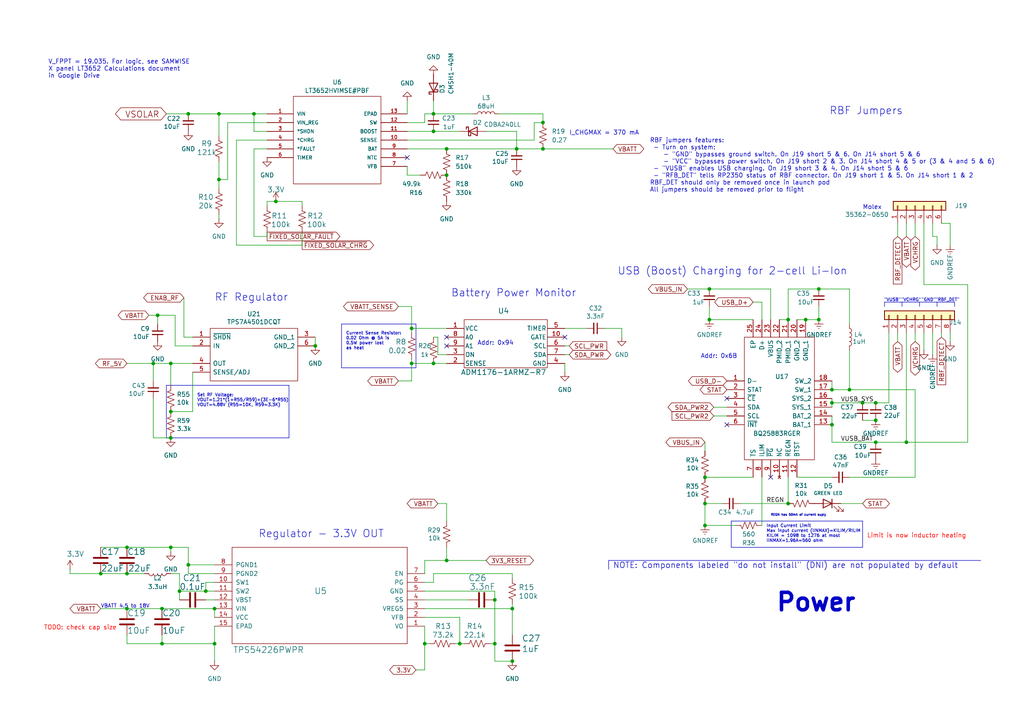
<source format=kicad_sch>
(kicad_sch (version 20231120) (generator "eeschema") (generator_version "8.0")
  (paper "A4")
  (title_block (title "PyCubed Mainboard") (date "2024-11-24") (rev "v06c") (company "Stanford Student Space Initiative") (comment 1 "Ethan Brinser"))
  (junction (at 46.99 176.53))
  (junction (at 125.73 33.02))
  (junction (at 237.49 83.82))
  (junction (at 54.61 163.83))
  (junction (at 49.53 105.41))
  (junction (at 125.73 105.41))
  (junction (at 157.48 43.18))
  (junction (at 254 116.84))
  (junction (at 129.54 43.18))
  (junction (at 63.5 33.02))
  (junction (at 148.59 176.53))
  (junction (at 36.83 158.75))
  (junction (at 52.07 171.45))
  (junction (at 254 128.27))
  (junction (at 237.49 92.71))
  (junction (at 254 121.92))
  (junction (at 205.74 92.71))
  (junction (at 29.21 166.37))
  (junction (at 204.47 146.05))
  (junction (at 205.74 83.82))
  (junction (at 129.54 50.8))
  (junction (at 125.73 38.1))
  (junction (at 62.23 186.69))
  (junction (at 36.83 176.53))
  (junction (at 241.3 116.84))
  (junction (at 143.51 173.99))
  (junction (at 123.19 186.69))
  (junction (at 62.23 176.53))
  (junction (at 241.3 123.19))
  (junction (at 204.47 152.4))
  (junction (at 148.59 191.77))
  (junction (at 262.89 128.27))
  (junction (at 250.19 116.84))
  (junction (at 228.6 92.71))
  (junction (at 36.83 166.37))
  (junction (at 63.5 52.07))
  (junction (at 49.53 127))
  (junction (at 228.6 146.05))
  (junction (at 119.38 105.41))
  (junction (at 49.53 158.75))
  (junction (at 80.01 58.42))
  (junction (at 54.61 33.02))
  (junction (at 204.47 138.43))
  (junction (at 129.54 162.56))
  (junction (at 149.86 43.18))
  (junction (at 157.48 35.56))
  (junction (at 44.45 105.41))
  (junction (at 91.44 100.33))
  (junction (at 233.68 92.71))
  (junction (at 246.38 113.03))
  (junction (at 45.72 91.44))
  (junction (at 73.66 33.02))
  (junction (at 59.69 171.45))
  (junction (at 143.51 186.69))
  (junction (at 241.3 113.03))
  (junction (at 133.35 186.69))
  (junction (at 46.99 186.69))
  (junction (at 119.38 95.25))
  (junction (at 49.53 119.38))
  (no_connect (at 210.82 115.57))
  (no_connect (at 118.11 45.72))
  (no_connect (at 163.83 97.79))
  (no_connect (at 129.54 100.33))
  (no_connect (at 210.82 123.19))
  (no_connect (at 129.54 97.79))
  (no_connect (at 223.52 138.43))
  (wire (pts (xy 45.72 91.44) (xy 50.8 91.44)))
  (wire (pts (xy 53.34 97.79) (xy 55.88 97.79)))
  (wire (pts (xy 148.59 176.53) (xy 148.59 184.15)))
  (wire (pts (xy 142.24 186.69) (xy 143.51 186.69)))
  (wire (pts (xy 63.5 33.02) (xy 73.66 33.02)))
  (wire (pts (xy 246.38 101.6) (xy 246.38 113.03)))
  (wire (pts (xy 125.73 168.91) (xy 123.19 168.91)))
  (wire (pts (xy 265.43 113.03) (xy 265.43 138.43)))
  (wire (pts (xy 118.11 35.56) (xy 123.19 35.56)))
  (wire (pts (xy 49.53 105.41) (xy 55.88 105.41)))
  (wire (pts (xy 275.59 96.52) (xy 275.59 99.06)))
  (wire (pts (xy 204.47 128.27) (xy 204.47 130.81)))
  (wire (pts (xy 80.01 58.42) (xy 77.47 58.42)))
  (wire (pts (xy 44.45 127) (xy 49.53 127)))
  (wire (pts (xy 80.01 58.42) (xy 87.63 58.42)))
  (wire (pts (xy 49.53 158.75) (xy 54.61 158.75)))
  (wire (pts (xy 250.19 121.92) (xy 254 121.92)))
  (wire (pts (xy 125.73 33.02) (xy 137.16 33.02)))
  (wire (pts (xy 36.83 186.69) (xy 36.83 184.15)))
  (wire (pts (xy 262.89 128.27) (xy 280.67 128.27)))
  (wire (pts (xy 118.11 40.64) (xy 154.94 40.64)))
  (wire (pts (xy 265.43 96.52) (xy 265.43 99.06)))
  (wire (pts (xy 220.98 87.63) (xy 220.98 92.71)))
  (wire (pts (xy 123.19 186.69) (xy 124.46 186.69)))
  (wire (pts (xy 125.73 105.41) (xy 129.54 105.41)))
  (wire (pts (xy 129.54 151.13) (xy 129.54 146.05)))
  (wire (pts (xy 267.97 96.52) (xy 267.97 101.6)))
  (wire (pts (xy 133.35 186.69) (xy 134.62 186.69)))
  (wire (pts (xy 241.3 120.65) (xy 241.3 123.19)))
  (wire (pts (xy 163.83 95.25) (xy 170.18 95.25)))
  (wire (pts (xy 218.44 87.63) (xy 220.98 87.63)))
  (wire (pts (xy 243.84 146.05) (xy 250.19 146.05)))
  (wire (pts (xy 165.1 102.87) (xy 163.83 102.87)))
  (wire (pts (xy 46.99 186.69) (xy 62.23 186.69)))
  (wire (pts (xy 36.83 158.75) (xy 49.53 158.75)))
  (wire (pts (xy 118.11 29.21) (xy 118.11 33.02)))
  (wire (pts (xy 54.61 33.02) (xy 63.5 33.02)))
  (wire (pts (xy 165.1 100.33) (xy 163.83 100.33)))
  (wire (pts (xy 148.59 175.26) (xy 148.59 176.53)))
  (wire (pts (xy 63.5 46.99) (xy 63.5 52.07)))
  (wire (pts (xy 123.19 166.37) (xy 123.19 162.56)))
  (wire (pts (xy 123.19 181.61) (xy 123.19 186.69)))
  (polyline (pts (xy 261.62 87.63) (xy 261.62 88.9)))
  (polyline (pts (xy 176.53 165.1) (xy 176.53 162.56)))
  (wire (pts (xy 210.82 118.11) (xy 207.01 118.11)))
  (wire (pts (xy 271.78 68.58) (xy 271.78 71.12)))
  (wire (pts (xy 54.61 158.75) (xy 54.61 163.83)))
  (wire (pts (xy 273.05 64.77) (xy 275.59 64.77)))
  (wire (pts (xy 231.14 92.71) (xy 233.68 92.71)))
  (wire (pts (xy 228.6 83.82) (xy 228.6 92.71)))
  (wire (pts (xy 154.94 35.56) (xy 157.48 35.56)))
  (wire (pts (xy 46.99 186.69) (xy 46.99 184.15)))
  (wire (pts (xy 43.18 91.44) (xy 45.72 91.44)))
  (wire (pts (xy 68.58 40.64) (xy 77.47 40.64)))
  (polyline (pts (xy 48.26 111.76) (xy 48.26 127)))
  (wire (pts (xy 241.3 128.27) (xy 241.3 123.19)))
  (wire (pts (xy 63.5 52.07) (xy 63.5 54.61)))
  (wire (pts (xy 204.47 152.4) (xy 213.36 152.4)))
  (wire (pts (xy 59.69 171.45) (xy 59.69 168.91)))
  (wire (pts (xy 62.23 186.69) (xy 62.23 191.77)))
  (wire (pts (xy 48.26 33.02) (xy 54.61 33.02)))
  (wire (pts (xy 226.06 92.71) (xy 228.6 92.71)))
  (wire (pts (xy 148.59 166.37) (xy 148.59 167.64)))
  (wire (pts (xy 52.07 171.45) (xy 52.07 166.37)))
  (wire (pts (xy 62.23 181.61) (xy 62.23 186.69)))
  (wire (pts (xy 254 128.27) (xy 241.3 128.27)))
  (wire (pts (xy 46.99 176.53) (xy 62.23 176.53)))
  (wire (pts (xy 62.23 173.99) (xy 59.69 173.99)))
  (wire (pts (xy 44.45 115.57) (xy 44.45 127)))
  (wire (pts (xy 210.82 120.65) (xy 207.01 120.65)))
  (polyline (pts (xy 120.65 106.68) (xy 99.06 106.68)))
  (wire (pts (xy 246.38 83.82) (xy 246.38 93.98)))
  (wire (pts (xy 36.83 105.41) (xy 44.45 105.41)))
  (wire (pts (xy 246.38 83.82) (xy 237.49 83.82)))
  (wire (pts (xy 29.21 166.37) (xy 36.83 166.37)))
  (wire (pts (xy 250.19 116.84) (xy 241.3 116.84)))
  (wire (pts (xy 68.58 71.12) (xy 68.58 40.64)))
  (wire (pts (xy 204.47 146.05) (xy 209.55 146.05)))
  (wire (pts (xy 267.97 82.55) (xy 280.67 82.55)))
  (polyline (pts (xy 276.86 87.63) (xy 276.86 88.9)))
  (wire (pts (xy 49.53 111.76) (xy 49.53 105.41)))
  (wire (pts (xy 129.54 158.75) (xy 129.54 162.56)))
  (wire (pts (xy 127 102.87) (xy 129.54 102.87)))
  (wire (pts (xy 87.63 71.12) (xy 68.58 71.12)))
  (polyline (pts (xy 261.62 87.63) (xy 266.7 87.63)))
  (wire (pts (xy 73.66 43.18) (xy 77.47 43.18)))
  (polyline (pts (xy 212.09 151.13) (xy 212.09 158.75)))
  (wire (pts (xy 204.47 138.43) (xy 218.44 138.43)))
  (polyline (pts (xy 120.65 93.98) (xy 120.65 106.68)))
  (polyline (pts (xy 83.82 127) (xy 83.82 111.76)))
  (wire (pts (xy 233.68 92.71) (xy 237.49 92.71)))
  (wire (pts (xy 62.23 168.91) (xy 59.69 168.91)))
  (wire (pts (xy 237.49 88.9) (xy 237.49 92.71)))
  (wire (pts (xy 254 116.84) (xy 250.19 116.84)))
  (wire (pts (xy 119.38 105.41) (xy 119.38 110.49)))
  (wire (pts (xy 241.3 110.49) (xy 241.3 113.03)))
  (wire (pts (xy 52.07 173.99) (xy 52.07 171.45)))
  (wire (pts (xy 129.54 162.56) (xy 140.97 162.56)))
  (wire (pts (xy 49.53 166.37) (xy 52.07 166.37)))
  (wire (pts (xy 29.21 158.75) (xy 36.83 158.75)))
  (wire (pts (xy 115.57 110.49) (xy 119.38 110.49)))
  (wire (pts (xy 44.45 110.49) (xy 44.45 105.41)))
  (wire (pts (xy 123.19 33.02) (xy 125.73 33.02)))
  (wire (pts (xy 241.3 115.57) (xy 241.3 116.84)))
  (wire (pts (xy 163.83 107.95) (xy 163.83 105.41)))
  (polyline (pts (xy 250.19 151.13) (xy 212.09 151.13)))
  (polyline (pts (xy 99.06 93.98) (xy 120.65 93.98)))
  (wire (pts (xy 44.45 105.41) (xy 49.53 105.41)))
  (wire (pts (xy 53.34 86.36) (xy 53.34 97.79)))
  (wire (pts (xy 123.19 171.45) (xy 143.51 171.45)))
  (wire (pts (xy 36.83 176.53) (xy 46.99 176.53)))
  (wire (pts (xy 262.89 96.52) (xy 262.89 128.27)))
  (wire (pts (xy 149.86 38.1) (xy 149.86 43.18)))
  (wire (pts (xy 237.49 83.82) (xy 228.6 83.82)))
  (wire (pts (xy 115.57 88.9) (xy 119.38 88.9)))
  (polyline (pts (xy 212.09 158.75) (xy 250.19 158.75)))
  (wire (pts (xy 148.59 166.37) (xy 125.73 166.37)))
  (polyline (pts (xy 271.78 87.63) (xy 276.86 87.63)))
  (wire (pts (xy 223.52 83.82) (xy 205.74 83.82)))
  (wire (pts (xy 119.38 95.25) (xy 119.38 88.9)))
  (wire (pts (xy 223.52 92.71) (xy 223.52 83.82)))
  (wire (pts (xy 262.89 68.58) (xy 262.89 64.77)))
  (wire (pts (xy 54.61 166.37) (xy 62.23 166.37)))
  (wire (pts (xy 133.35 179.07) (xy 133.35 186.69)))
  (wire (pts (xy 63.5 52.07) (xy 66.04 52.07)))
  (wire (pts (xy 254 116.84) (xy 257.81 116.84)))
  (wire (pts (xy 257.81 96.52) (xy 257.81 116.84)))
  (wire (pts (xy 241.3 138.43) (xy 231.14 138.43)))
  (wire (pts (xy 241.3 116.84) (xy 241.3 118.11)))
  (polyline (pts (xy 271.78 87.63) (xy 271.78 88.9)))
  (wire (pts (xy 63.5 33.02) (xy 63.5 39.37)))
  (wire (pts (xy 73.66 43.18) (xy 73.66 68.58)))
  (wire (pts (xy 50.8 100.33) (xy 55.88 100.33)))
  (wire (pts (xy 123.19 176.53) (xy 148.59 176.53)))
  (wire (pts (xy 87.63 58.42) (xy 87.63 59.69)))
  (wire (pts (xy 260.35 64.77) (xy 260.35 68.58)))
  (polyline (pts (xy 48.26 127) (xy 83.82 127)))
  (wire (pts (xy 119.38 105.41) (xy 125.73 105.41)))
  (wire (pts (xy 20.32 166.37) (xy 29.21 166.37)))
  (wire (pts (xy 254 128.27) (xy 262.89 128.27)))
  (wire (pts (xy 180.34 97.79) (xy 180.34 95.25)))
  (wire (pts (xy 143.51 191.77) (xy 148.59 191.77)))
  (wire (pts (xy 91.44 100.33) (xy 91.44 97.79)))
  (wire (pts (xy 49.53 158.75) (xy 49.53 160.02)))
  (wire (pts (xy 220.98 152.4) (xy 220.98 138.43)))
  (wire (pts (xy 205.74 83.82) (xy 199.39 83.82)))
  (wire (pts (xy 129.54 43.18) (xy 149.86 43.18)))
  (wire (pts (xy 123.19 173.99) (xy 135.89 173.99)))
  (wire (pts (xy 123.19 186.69) (xy 123.19 194.31)))
  (wire (pts (xy 87.63 67.31) (xy 87.63 71.12)))
  (wire (pts (xy 267.97 64.77) (xy 267.97 82.55)))
  (wire (pts (xy 157.48 33.02) (xy 157.48 35.56)))
  (wire (pts (xy 180.34 95.25) (xy 175.26 95.25)))
  (wire (pts (xy 123.19 194.31) (xy 120.65 194.31)))
  (wire (pts (xy 205.74 88.9) (xy 205.74 92.71)))
  (wire (pts (xy 154.94 40.64) (xy 154.94 35.56)))
  (wire (pts (xy 143.51 171.45) (xy 143.51 173.99)))
  (wire (pts (xy 144.78 33.02) (xy 157.48 33.02)))
  (wire (pts (xy 123.19 179.07) (xy 133.35 179.07)))
  (wire (pts (xy 127 102.87) (xy 127 97.79)))
  (wire (pts (xy 228.6 138.43) (xy 228.6 146.05)))
  (wire (pts (xy 280.67 82.55) (xy 280.67 128.27)))
  (wire (pts (xy 20.32 165.1) (xy 20.32 166.37)))
  (wire (pts (xy 204.47 146.05) (xy 204.47 152.4)))
  (wire (pts (xy 118.11 50.8) (xy 121.92 50.8)))
  (wire (pts (xy 270.51 68.58) (xy 271.78 68.58)))
  (polyline (pts (xy 176.53 162.56) (xy 284.48 162.56)))
  (wire (pts (xy 62.23 179.07) (xy 62.23 176.53)))
  (wire (pts (xy 45.72 91.44) (xy 45.72 93.98)))
  (wire (pts (xy 149.86 43.18) (xy 157.48 43.18)))
  (wire (pts (xy 270.51 96.52) (xy 270.51 102.87)))
  (polyline (pts (xy 266.7 87.63) (xy 266.7 88.9)))
  (wire (pts (xy 275.59 64.77) (xy 275.59 71.12)))
  (polyline (pts (xy 99.06 106.68) (xy 99.06 93.98)))
  (wire (pts (xy 54.61 163.83) (xy 54.61 166.37)))
  (wire (pts (xy 143.51 186.69) (xy 143.51 191.77)))
  (wire (pts (xy 119.38 95.25) (xy 119.38 96.52)))
  (wire (pts (xy 129.54 146.05) (xy 127 146.05)))
  (wire (pts (xy 62.23 171.45) (xy 59.69 171.45)))
  (wire (pts (xy 66.04 52.07) (xy 66.04 35.56)))
  (wire (pts (xy 118.11 43.18) (xy 129.54 43.18)))
  (polyline (pts (xy 83.82 111.76) (xy 48.26 111.76)))
  (wire (pts (xy 66.04 35.56) (xy 77.47 35.56)))
  (wire (pts (xy 73.66 38.1) (xy 77.47 38.1)))
  (wire (pts (xy 157.48 43.18) (xy 177.8 43.18)))
  (wire (pts (xy 241.3 113.03) (xy 246.38 113.03)))
  (wire (pts (xy 143.51 173.99) (xy 143.51 186.69)))
  (wire (pts (xy 133.35 38.1) (xy 125.73 38.1)))
  (wire (pts (xy 77.47 67.31) (xy 77.47 68.58)))
  (wire (pts (xy 36.83 186.69) (xy 46.99 186.69)))
  (wire (pts (xy 125.73 29.21) (xy 125.73 33.02)))
  (wire (pts (xy 270.51 64.77) (xy 270.51 68.58)))
  (wire (pts (xy 246.38 138.43) (xy 265.43 138.43)))
  (wire (pts (xy 63.5 62.23) (xy 63.5 63.5)))
  (wire (pts (xy 73.66 33.02) (xy 73.66 38.1)))
  (wire (pts (xy 73.66 68.58) (xy 77.47 68.58)))
  (wire (pts (xy 273.05 96.52) (xy 273.05 97.79)))
  (polyline (pts (xy 250.19 158.75) (xy 250.19 151.13)))
  (wire (pts (xy 123.19 35.56) (xy 123.19 33.02)))
  (wire (pts (xy 50.8 91.44) (xy 50.8 100.33)))
  (polyline (pts (xy 256.54 88.9) (xy 256.54 87.63)))
  (wire (pts (xy 118.11 48.26) (xy 118.11 50.8)))
  (wire (pts (xy 205.74 92.71) (xy 218.44 92.71)))
  (wire (pts (xy 140.97 38.1) (xy 149.86 38.1)))
  (wire (pts (xy 73.66 33.02) (xy 77.47 33.02)))
  (wire (pts (xy 119.38 95.25) (xy 129.54 95.25)))
  (wire (pts (xy 127 97.79) (xy 125.73 97.79)))
  (wire (pts (xy 36.83 166.37) (xy 41.91 166.37)))
  (wire (pts (xy 55.88 119.38) (xy 55.88 107.95)))
  (wire (pts (xy 260.35 96.52) (xy 260.35 99.06)))
  (wire (pts (xy 123.19 162.56) (xy 129.54 162.56)))
  (polyline (pts (xy 256.54 87.63) (xy 261.62 87.63)))
  (wire (pts (xy 62.23 163.83) (xy 54.61 163.83)))
  (wire (pts (xy 265.43 64.77) (xy 265.43 68.58)))
  (wire (pts (xy 119.38 104.14) (xy 119.38 105.41)))
  (polyline (pts (xy 266.7 87.63) (xy 271.78 87.63)))
  (wire (pts (xy 59.69 171.45) (xy 52.07 171.45)))
  (wire (pts (xy 214.63 146.05) (xy 228.6 146.05)))
  (wire (pts (xy 29.21 176.53) (xy 36.83 176.53)))
  (wire (pts (xy 118.11 38.1) (xy 125.73 38.1)))
  (wire (pts (xy 77.47 58.42) (xy 77.47 59.69)))
  (wire (pts (xy 132.08 186.69) (xy 133.35 186.69)))
  (wire (pts (xy 49.53 119.38) (xy 55.88 119.38)))
  (wire (pts (xy 246.38 113.03) (xy 265.43 113.03)))
  (wire (pts (xy 125.73 166.37) (xy 125.73 168.91)))
  (text "Addr: 0x94" (at 138.43 100.33 0) (effects (font (size 1.27 1.27)) (justify left bottom)))
  (text "USB (Boost) Charging for 2-cell Li-Ion" (at 179.07 80.01 0) (effects (font (size 2.159 2.159)) (justify left bottom)))
  (text "Input Current Limit\nMax input current (IINMAX)=KILIM/RILIM\nKILIM = 1098 to 1276 at most\nIINMAX=1.96A=560 ohm" (at 222.25 157.48 0) (effects (font (size 0.889 0.889)) (justify left bottom)))
  (text "Addr: 0x6B" (at 203.2 104.14 0) (effects (font (size 1.27 1.27)) (justify left bottom)))
  (text "Power" (at 224.79 177.8 0) (effects (font (size 5.08 5.08) (thickness 1.016) (bold yes)) (justify left bottom)))
  (text "\"VUSB\"" (at 261.366 87.63 0) (effects (font (size 0.889 0.889)) (justify right bottom)))
  (text "Battery Power Monitor" (at 130.81 86.36 0) (effects (font (size 2.159 2.159)) (justify left bottom)))
  (text "VBATT 4.5 to 18V" (at 29.21 176.53 0) (effects (font (size 1.0668 1.0668)) (justify left bottom)))
  (text "I_CHGMAX = 370 mA" (at 165.1 39.37 0) (effects (font (size 1.27 1.27)) (justify left bottom)))
  (text "RF Regulator" (at 62.23 87.63 0) (effects (font (size 2.159 2.159)) (justify left bottom)))
  (text "Current Sense Resistor:\n0.02 Ohm @ 5A is\n0.5W power lost\nas heat" (at 100.33 101.6 0) (effects (font (size 0.889 0.889)) (justify left bottom)))
  (text "Limit is now inductor heating" (at 251.46 156.21 0) (effects (font (size 1.27 1.27)) (justify left bottom)))
  (text "V_FPPT = 19.035. For logic, see SAMWISE\nX panel LT3652 Calculations document\nin Google Drive" (at 13.97 22.86 0) (effects (font (size 1.27 1.27)) (justify left bottom)))
  (text "TODO: check cap size" (at 12.7 182.88 0) (effects (font (size 1.27 1.27)) (justify left bottom)))
  (text "RBF jumpers features:\n - Turn on system:\n    - \"GND\" bypasses ground switch. On J19 short 5 & 6. On J14 short 5 & 6\n    - \"VCC\" bypasses power switch. On J19 short 2 & 3. On J14 short 4 & 5 or (3 & 4 and 5 & 6)\n - \"VUSB\" enables USB charging. On J19 short 3 & 4. On J14 short 5 & 6\n - \"RFB_DET\" tells RP2350 status of RBF connector. On J19 short 1 & 5. On J14 short 1 & 2\nRBF_DET should only be removed once in launch pod\nAll jumpers should be removed prior to flight" (at 188.468 48.006 0) (effects (font (size 1.27 1.27)) (justify left)))
  (text "\"VCHRG\"" (at 267.208 87.63 0) (effects (font (size 0.889 0.889)) (justify right bottom)))
  (text "\"GND\"" (at 267.208 87.63 0) (effects (font (size 0.889 0.889)) (justify left bottom)))
  (text "Regulator - 3.3V OUT" (at 74.93 156.21 0) (effects (font (size 2.159 2.159)) (justify left bottom)))
  (text "Set RF Voltage:\nVOUT=1.21*(1+R55/R59)+(3E-6*R55)\nVOUT=4.88V (R55=10K, R59=3.3K)\n" (at 57.15 118.11 0) (effects (font (size 0.889 0.889)) (justify left bottom)))
  (text "\"RBF_DET\"" (at 278.384 87.63 0) (effects (font (size 0.889 0.889)) (justify right bottom)))
  (text "NOTE: Components labeled \"do not install\" (DNI) are not populated by default" (at 177.8 165.1 0) (effects (font (size 1.651 1.651)) (justify left bottom)))
  (text "REGN has 50mA of current suply" (at 223.52 149.86 0) (effects (font (size 0.635 0.635)) (justify left bottom)))
  (text "RBF Jumpers" (at 240.538 33.528 0) (effects (font (size 2.159 2.159)) (justify left bottom)))
  (text "Molex" (at 250.19 60.96 0) (effects (font (size 1.27 1.27)) (justify left bottom)))
  (label "VUSB_SYS" (at 243.84 116.84 0))
  (label "REGN" (at 222.25 146.05 0))
  (label "VUSB_BAT" (at 243.84 128.27 0))
  (global_label "VBUS_IN" (shape bidirectional) (at 199.39 83.82 180) (property "Intersheetrefs" "${INTERSHEET_REFS}" (effects (hide yes))))
  (global_label "RBF_DETECT" (shape input) (at 273.05 97.79 270) (property "Intersheetrefs" "${INTERSHEET_REFS}" (effects (hide yes))))
  (global_label "ENAB_RF" (shape bidirectional) (at 53.34 86.36 180) (property "Intersheetrefs" "${INTERSHEET_REFS}" (effects (hide yes))))
  (global_label "SDA_PWR" (shape bidirectional) (at 165.1 102.87 0) (property "Intersheetrefs" "${INTERSHEET_REFS}" (effects (hide yes))))
  (global_label "VBATT" (shape bidirectional) (at 177.8 43.18 0) (property "Intersheetrefs" "${INTERSHEET_REFS}" (effects (hide yes))))
  (global_label "VBATT" (shape bidirectional) (at 127 146.05 180) (property "Intersheetrefs" "${INTERSHEET_REFS}" (effects (hide yes))))
  (global_label "VBATT" (shape bidirectional) (at 260.35 99.06 270) (property "Intersheetrefs" "${INTERSHEET_REFS}" (effects (hide yes))))
  (global_label "VBATT" (shape bidirectional) (at 29.21 176.53 180) (property "Intersheetrefs" "${INTERSHEET_REFS}" (effects (hide yes))))
  (global_label "3V3_RESET" (shape bidirectional) (at 140.97 162.56 0) (property "Intersheetrefs" "${INTERSHEET_REFS}" (effects (hide yes))))
  (global_label "STAT" (shape bidirectional) (at 210.82 113.03 180) (property "Intersheetrefs" "${INTERSHEET_REFS}" (effects (hide yes))))
  (global_label "~{FIXED_SOLAR_FAULT}" (shape output) (at 77.47 68.58 0) (property "Intersheetrefs" "${INTERSHEET_REFS}" (effects (hide yes))))
  (global_label "SDA_PWR2" (shape bidirectional) (at 207.01 118.11 180) (property "Intersheetrefs" "${INTERSHEET_REFS}" (effects (hide yes))))
  (global_label "USB_D+" (shape bidirectional) (at 218.44 87.63 180) (property "Intersheetrefs" "${INTERSHEET_REFS}" (effects (hide yes))))
  (global_label "SCL_PWR2" (shape input) (at 207.01 120.65 180) (property "Intersheetrefs" "${INTERSHEET_REFS}" (effects (hide yes))))
  (global_label "VSOLAR" (shape bidirectional) (at 48.26 33.02 180) (effects (font (size 1.778 1.778))) (property "Intersheetrefs" "${INTERSHEET_REFS}" (effects (hide yes))))
  (global_label "VBATT_SENSE" (shape bidirectional) (at 115.57 88.9 180) (property "Intersheetrefs" "${INTERSHEET_REFS}" (effects (hide yes))))
  (global_label "VBATT" (shape bidirectional) (at 43.18 91.44 180) (property "Intersheetrefs" "${INTERSHEET_REFS}" (effects (hide yes))))
  (global_label "VBUS_IN" (shape bidirectional) (at 204.47 128.27 180) (property "Intersheetrefs" "${INTERSHEET_REFS}" (effects (hide yes))))
  (global_label "USB_D-" (shape bidirectional) (at 210.82 110.49 180) (property "Intersheetrefs" "${INTERSHEET_REFS}" (effects (hide yes))))
  (global_label "VCHRG" (shape bidirectional) (at 265.43 99.06 270) (property "Intersheetrefs" "${INTERSHEET_REFS}" (effects (hide yes))))
  (global_label "RBF_DETECT" (shape input) (at 260.35 68.58 270) (property "Intersheetrefs" "${INTERSHEET_REFS}" (effects (hide yes))))
  (global_label "RF_5V" (shape bidirectional) (at 36.83 105.41 180) (property "Intersheetrefs" "${INTERSHEET_REFS}" (effects (hide yes))))
  (global_label "SCL_PWR" (shape input) (at 165.1 100.33 0) (property "Intersheetrefs" "${INTERSHEET_REFS}" (effects (hide yes))))
  (global_label "VBATT" (shape bidirectional) (at 115.57 110.49 180) (property "Intersheetrefs" "${INTERSHEET_REFS}" (effects (hide yes))))
  (global_label "STAT" (shape bidirectional) (at 250.19 146.05 0) (property "Intersheetrefs" "${INTERSHEET_REFS}" (effects (hide yes))))
  (global_label "VCHRG" (shape bidirectional) (at 265.43 68.58 270) (property "Intersheetrefs" "${INTERSHEET_REFS}" (effects (hide yes))))
  (global_label "~{FIXED_SOLAR_CHRG}" (shape output) (at 87.63 71.12 0) (property "Intersheetrefs" "${INTERSHEET_REFS}" (effects (hide yes))))
  (global_label "VBATT" (shape bidirectional) (at 262.89 68.58 270) (property "Intersheetrefs" "${INTERSHEET_REFS}" (effects (hide yes))))
  (global_label "3.3V" (shape bidirectional) (at 120.65 194.31 180) (property "Intersheetrefs" "${INTERSHEET_REFS}" (effects (hide yes))))
  (symbol (lib_id "Device:C") (at 55.88 173.99 90) (unit 1)
    (property "Reference" "C21" (at 58.42 166.624 90) (effects (font (size 1.778 1.778)) (justify left bottom)))
    (property "Value" "0.1uF" (at 59.69 169.164 90) (effects (font (size 1.778 1.778)) (justify left bottom)))
    (property "Footprint" "Capacitor_SMD:C_0603_1608Metric" (effects (hide yes)))
    (property "Description" "Unpolarized capacitor" (effects (hide yes)))
  )
  (symbol (lib_id "Device:R_US") (at 138.43 186.69 270) (unit 1)
    (property "Reference" "R14" (at 137.668 181.61 90) (effects (font (size 1.4986 1.4986))))
    (property "Value" "22.1k" (at 137.668 184.15 90) (effects (font (size 1.4986 1.4986))))
    (property "Footprint" "Resistor_SMD:R_0603_1608Metric" (effects (hide yes)))
    (property "Description" "Resistor, US symbol" (effects (hide yes)))
  )
  (symbol (lib_id "Device:R_US") (at 119.38 100.33 180) (unit 1)
    (property "Reference" "R8" (at 117.856 98.298 0) (effects (font (size 1.4986 1.4986)) (justify left bottom)))
    (property "Value" "0.02" (at 117.856 100.838 0) (effects (font (size 1.4986 1.4986)) (justify left bottom)))
    (property "Footprint" "Resistor_SMD:R_2512_6332Metric" (effects (hide yes)))
    (property "Description" "Resistor, US symbol" (effects (hide yes)))
  )
  (symbol (lib_id "Device:C") (at 148.59 187.96 0) (unit 1)
    (property "Reference" "C27" (at 151.3332 185.1406 0) (effects (font (size 1.778 1.778)) (justify left)))
    (property "Value" "1uF" (at 151.3332 188.214 0) (effects (font (size 1.778 1.778)) (justify left)))
    (property "Footprint" "Capacitor_SMD:C_0603_1608Metric" (effects (hide yes)))
    (property "Description" "Unpolarized capacitor" (effects (hide yes)))
  )
  (symbol (lib_id "Device:C") (at 29.21 162.56 0) (unit 1)
    (property "Reference" "C17" (at 29.21 161.036 0) (effects (font (size 1.778 1.778)) (justify left bottom)))
    (property "Value" "22uF" (at 29.21 165.862 0) (effects (font (size 1.778 1.778)) (justify left bottom)))
    (property "Footprint" "Capacitor_SMD:C_0603_1608Metric" (effects (hide yes)))
    (property "Description" "Unpolarized capacitor" (effects (hide yes)))
  )
  (symbol (lib_id "Device:R_US") (at 148.59 171.45 0) (unit 1)
    (property "Reference" "R15" (at 150.368 171.196 0) (effects (font (size 1.4986 1.4986)) (justify left bottom)))
    (property "Value" "100k" (at 150.368 173.736 0) (effects (font (size 1.4986 1.4986)) (justify left bottom)))
    (property "Footprint" "Resistor_SMD:R_0603_1608Metric" (effects (hide yes)))
    (property "Description" "Resistor, US symbol" (effects (hide yes)))
  )
  (symbol (lib_id "Device:L") (at 45.72 166.37 270) (unit 1)
    (property "Reference" "L2" (at 45.72 167.64 90))
    (property "Value" "3.3uH" (at 45.72 170.18 90))
    (property "Footprint" "ssi_inductor:L_2141" (effects (hide yes)))
    (property "Description" "Inductor" (effects (hide yes)))
    (property "Flight" "SPM5030T-3R3M-HZ" (effects (hide yes)))
    (property "Manufacturer_Name" "TAI-TECH" (effects (hide yes)))
    (property "Manufacturer_Part_Number" "HPC5040NF-3R3MTH" (effects (hide yes)))
    (property "Proto" "HPC5040NF-3R3MTH" (effects (hide yes)))
  )
  (symbol (lib_id "power:GNDREF") (at 237.49 92.71 0) (unit 1)
    (property "Reference" "#PWR0102" (effects (hide yes)))
    (property "Value" "GNDREF" (at 237.617 97.1042 0))
  )
  (symbol (lib_id "power:GNDREF") (at 205.74 92.71 0) (unit 1)
    (property "Reference" "#PWR0103" (effects (hide yes)))
    (property "Value" "GNDREF" (at 205.867 97.1042 0))
  )
  (symbol (lib_id "Device:C_Small") (at 243.84 138.43 270) (unit 1)
    (property "Reference" "C36" (at 243.84 132.6134 90))
    (property "Value" "47nF" (at 243.84 134.9248 90))
    (property "Footprint" "Capacitor_SMD:C_0603_1608Metric" (effects (hide yes)))
    (property "Description" "47nF +-10% 50V X7R" (effects (hide yes)))
  )
  (symbol (lib_id "Device:C_Small") (at 250.19 119.38 180) (unit 1)
    (property "Reference" "C37" (at 247.65 118.11 0) (effects (justify left)))
    (property "Value" "22uF" (at 248.92 120.65 0) (effects (justify left)))
    (property "Footprint" "Capacitor_SMD:C_0603_1608Metric" (effects (hide yes)))
    (property "Description" "22uF +-20% 10V X5R" (effects (hide yes)))
  )
  (symbol (lib_id "power:GNDREF") (at 254 121.92 0) (unit 1)
    (property "Reference" "#PWR0104" (effects (hide yes)))
    (property "Value" "GNDREF" (at 254 125.73 0))
  )
  (symbol (lib_id "Device:C_Small") (at 254 130.81 180) (unit 1)
    (property "Reference" "C39" (at 251.46 129.54 0) (effects (justify left)))
    (property "Value" "10uF" (at 252.73 132.08 0) (effects (justify left)))
    (property "Footprint" "Capacitor_SMD:C_0603_1608Metric" (effects (hide yes)))
    (property "Description" "10uF +-20% 10V X5R" (effects (hide yes)))
  )
  (symbol (lib_id "power:GNDREF") (at 254 133.35 0) (unit 1)
    (property "Reference" "#PWR0105" (effects (hide yes)))
    (property "Value" "GNDREF" (at 254 137.16 0))
  )
  (symbol (lib_id "Device:R_US") (at 232.41 146.05 270) (mirror x) (unit 1)
    (property "Reference" "R31" (at 232.41 140.843 90))
    (property "Value" "10k" (at 232.41 143.1544 90))
    (property "Footprint" "Resistor_SMD:R_0603_1608Metric" (effects (hide yes)))
    (property "Description" "10K 0603" (effects (hide yes)))
  )
  (symbol (lib_id "Device:C_Small") (at 212.09 146.05 270) (unit 1)
    (property "Reference" "C34" (at 208.28 148.59 90) (effects (justify left)))
    (property "Value" "4.7uF" (at 213.36 148.59 90) (effects (justify left)))
    (property "Footprint" "Capacitor_SMD:C_0603_1608Metric" (effects (hide yes)))
    (property "Description" "4.7uF +-20% 10V X5R" (effects (hide yes)))
  )
  (symbol (lib_id "power:GNDREF") (at 204.47 152.4 0) (unit 1)
    (property "Reference" "#PWR0106" (effects (hide yes)))
    (property "Value" "GNDREF" (at 204.597 156.7942 0))
  )
  (symbol (lib_id "Device:C_Small") (at 205.74 86.36 180) (unit 1)
    (property "Reference" "C33" (at 203.2 85.09 0) (effects (justify left)))
    (property "Value" "1uF" (at 204.47 87.63 0) (effects (justify left)))
    (property "Footprint" "Capacitor_SMD:C_0603_1608Metric" (effects (hide yes)))
    (property "Description" "1uF 0603 X7R" (effects (hide yes)))
  )
  (symbol (lib_id "Device:L") (at 246.38 97.79 0) (unit 1)
    (property "Reference" "L4" (at 248.92 97.028 0))
    (property "Value" "1uH" (at 249.174 99.06 0))
    (property "Footprint" "ssi_inductor:L_2510" (effects (hide yes)))
    (property "Description" "Inductor" (effects (hide yes)))
    (property "Flight" "DFE252012F-1R0M" (effects (hide yes)))
    (property "Manufacturer_Name" "Prosperity Dielectrics" (effects (hide yes)))
    (property "Manufacturer_Part_Number" "MCS25GD-1R0MMP" (effects (hide yes)))
    (property "Proto" "MCS25GD-1R0MMP" (effects (hide yes)))
  )
  (symbol (lib_id "ssi_IC:ADM1176-1ARMZ-R7") (at 127 81.28 0) (unit 1)
    (property "Reference" "U4" (at 146.05 90.17 0) (effects (font (size 1.524 1.524))))
    (property "Value" "ADM1176-1ARMZ-R7" (at 146.05 107.95 0) (effects (font (size 1.524 1.524))))
    (property "Footprint" "ssi_IC:ADM1176-1ARMZ-R7" (effects (hide yes)))
    (property "Datasheet" "https://www.analog.com/media/en/technical-documentation/data-sheets/ADM1176.pdf" (effects (hide yes)))
    (property "Description" "Power Monitor" (effects (hide yes)))
    (property "Flight" "ADM1176-1ARMZ-R7" (effects (hide yes)))
    (property "Manufacturer_Name" "Analog Devices Inc." (effects (hide yes)))
    (property "Manufacturer_Part_Number" "ADM1176-1ARMZ-R7" (effects (hide yes)))
    (property "Proto" "ADM1176-1ARMZ-R7" (effects (hide yes)))
  )
  (symbol (lib_id "Device:C_Small") (at 237.49 86.36 180) (unit 1)
    (property "Reference" "C35" (at 234.95 85.09 0) (effects (justify left)))
    (property "Value" "10uF" (at 236.22 87.63 0) (effects (justify left)))
    (property "Footprint" "Capacitor_SMD:C_0603_1608Metric" (effects (hide yes)))
    (property "Description" "10uF +-20% 10V X5R" (effects (hide yes)))
  )
  (symbol (lib_id "Device:C_Small") (at 254 119.38 180) (unit 1)
    (property "Reference" "C38" (at 256.3368 118.2116 0) (effects (justify right)))
    (property "Value" "22uF" (at 256.3368 120.523 0) (effects (justify right)))
    (property "Footprint" "Capacitor_SMD:C_0603_1608Metric" (effects (hide yes)))
    (property "Description" "22uF +-20% 10V X5R" (effects (hide yes)))
  )
  (symbol (lib_id "Device:R_US") (at 204.47 134.62 0) (mirror y) (unit 1)
    (property "Reference" "R34" (at 202.7682 133.4516 0) (effects (justify left)))
    (property "Value" "10k" (at 202.7682 135.763 0) (effects (justify left)))
    (property "Footprint" "Resistor_SMD:R_0603_1608Metric" (effects (hide yes)))
    (property "Description" "5.23K 0603" (effects (hide yes)))
  )
  (symbol (lib_id "Device:R_US") (at 204.47 142.24 0) (mirror x) (unit 1)
    (property "Reference" "R35" (at 202.7682 141.0716 0) (effects (justify right)))
    (property "Value" "10k" (at 202.7682 143.383 0) (effects (justify right)))
    (property "Footprint" "Resistor_SMD:R_0603_1608Metric" (effects (hide yes)))
    (property "Description" "30.1K 0603" (effects (hide yes)))
  )
  (symbol (lib_id "Device:R_US") (at 125.73 101.6 0) (mirror x) (unit 1)
    (property "Reference" "R26" (at 123.19 100.33 0))
    (property "Value" "1k" (at 123.19 102.87 0))
    (property "Footprint" "Resistor_SMD:R_0603_1608Metric" (effects (hide yes)))
    (property "Description" "1K 0603" (effects (hide yes)))
  )
  (symbol (lib_id "Device:C_Small") (at 172.72 95.25 270) (unit 1)
    (property "Reference" "C32" (at 172.72 89.4334 90))
    (property "Value" "3.3nF" (at 172.72 91.7448 90))
    (property "Footprint" "Capacitor_SMD:C_0603_1608Metric" (effects (hide yes)))
    (property "Description" "3.3nF +-10% 100V X7R 0603" (effects (hide yes)))
  )
  (symbol (lib_id "ssi_IC:BQ25883RGER") (at 210.82 110.49 0) (unit 1)
    (property "Reference" "U17" (at 224.79 109.22 0) (effects (justify left)))
    (property "Value" "BQ25883RGER" (at 218.44 125.73 0) (effects (justify left)))
    (property "Footprint" "ssi_IC:QFN50P400X400X100-25N-D" (effects (hide yes)))
    (property "Datasheet" "http://www.ti.com/lit/ds/symlink/bq25883.pdf?HQS=TI-null-null-mousermode-df-pf-null-wwe&DCM=yes&ref_url=https%3A%2F%2Fwww.mouser.co.uk%2F" (effects (hide yes)))
    (property "Description" "Battery Management BQ25883RGE" (effects (hide yes)))
    (property "Flight" "BQ25883RGER" (effects (hide yes)))
    (property "Manufacturer_Name" "Texas Instruments" (effects (hide yes)))
    (property "Manufacturer_Part_Number" "BQ25883RGER" (effects (hide yes)))
    (property "Proto" "BQ25883RGER" (effects (hide yes)))
    (property "Height" "1" (effects (hide yes)))
    (property "Mouser Part Number" "595-BQ25883RGER" (effects (hide yes)))
    (property "Mouser Price/Stock" "https://www.mouser.com/Search/Refine.aspx?Keyword=595-BQ25883RGER" (effects (hide yes)))
  )
  (symbol (lib_id "Device:R_US") (at 217.17 152.4 90) (mirror x) (unit 1)
    (property "Reference" "R36" (at 217.17 157.48 90))
    (property "Value" "560" (at 217.17 154.94 90))
    (property "Footprint" "Resistor_SMD:R_0603_1608Metric" (effects (hide yes)))
    (property "Description" "560 0603" (effects (hide yes)))
  )
  (symbol (lib_id "Device:LED") (at 240.03 146.05 0) (mirror y) (unit 1)
    (property "Reference" "D5" (at 240.2078 140.9446 0))
    (property "Value" "GREEN LED" (at 240.2078 143.0528 0) (effects (font (size 0.9906 0.9906))))
    (property "Footprint" "LED_SMD:LED_0603_1608Metric" (effects (hide yes)))
    (property "Datasheet" "https://optoelectronics.liteon.com/upload/download/DS22-2000-074/LTST-C190KGKT.PDF" (effects (hide yes)))
    (property "Description" "Green LED" (effects (hide yes)))
    (property "Flight" "LTST-C190KGKT" (effects (hide yes)))
    (property "Manufacturer_Name" "Lite-On Inc." (effects (hide yes)))
    (property "Manufacturer_Part_Number" "LTST-C190KGKT" (effects (hide yes)))
    (property "Proto" "LTST-C190KGKT" (effects (hide yes)))
  )
  (symbol (lib_id "Device:R_US") (at 129.54 154.94 0) (mirror y) (unit 1)
    (property "Reference" "R29" (at 127.8382 153.7716 0) (effects (justify left)))
    (property "Value" "10k" (at 127.8382 156.083 0) (effects (justify left)))
    (property "Footprint" "Resistor_SMD:R_0603_1608Metric" (effects (hide yes)))
    (property "Description" "73.2K 0603" (effects (hide yes)))
  )
  (symbol (lib_id "Device:C") (at 36.83 180.34 0) (unit 1)
    (property "Reference" "C19" (at 36.83 178.816 0) (effects (font (size 1.778 1.778)) (justify left bottom)))
    (property "Value" "10uF" (at 36.83 183.896 0) (effects (font (size 1.778 1.778)) (justify left bottom)))
    (property "Footprint" "Capacitor_SMD:C_1210_3225Metric" (effects (hide yes)))
    (property "Description" "Unpolarized capacitor" (effects (hide yes)))
  )
  (symbol (lib_id "Connector_Generic:Conn_01x08") (at 265.43 91.44 90) (unit 1)
    (property "Reference" "J14" (at 275.2852 93.5228 90) (effects (justify right)))
    (property "Value" "Conn_01x08_Horizontal" (effects (hide yes)))
    (property "Footprint" "Connector_PinHeader_2.54mm:PinHeader_1x08_P2.54mm_Horizontal" (effects (hide yes)))
    (property "Description" "6-pin Horizontal Header - 0.1in (2.54mm)" (effects (hide yes)))
    (property "DNI" "DNI" (effects (hide yes)))
  )
  (symbol (lib_id "power:GNDREF") (at 270.51 102.87 0) (unit 1)
    (property "Reference" "#PWR01" (effects (hide yes)))
    (property "Value" "GNDREF" (at 270.51 109.22 90))
  )
  (symbol (lib_id "ssi_IC:TPS7A4501DCQT") (at 55.88 97.79 0) (unit 1)
    (property "Reference" "U21" (at 73.66 91.059 0))
    (property "Value" "TPS7A4501DCQT" (at 73.66 93.3704 0))
    (property "Footprint" "ssi_IC:TPS7A4501DCQT" (effects (hide yes)))
    (property "Datasheet" "https://www.ti.com/lit/ds/symlink/tps7a45.pdf" (effects (hide yes)))
    (property "Description" "LOW-NOISE FAST-TRANSIENT-RESPONSE 1.5-A LOW-DROPOUT VOLTAGE%D REGULATORS" (effects (hide yes)))
    (property "Flight" "TPS7A4501DCQT" (effects (hide yes)))
    (property "Manufacturer_Name" "Texas Instruments" (effects (hide yes)))
    (property "Manufacturer_Part_Number" "TPS7A4501DCQT" (effects (hide yes)))
    (property "Proto" "TPS7A4501DCQT" (effects (hide yes)))
    (property "Height" "1.8" (effects (hide yes)))
    (property "Arrow Part Number" "TPS7A4501DCQT" (effects (hide yes)))
    (property "Arrow Price/Stock" "https://www.arrow.com/en/products/tps7a4501dcqt/texas-instruments" (effects (hide yes)))
    (property "Mouser Part Number" "595-TPS7A4501DCQT" (effects (hide yes)))
    (property "Mouser Price/Stock" "https://www.mouser.co.uk/ProductDetail/Texas-Instruments/TPS7A4501DCQT?qs=g0HfZ8wh75DefRsz0DtlDw%3D%3D" (effects (hide yes)))
  )
  (symbol (lib_id "Device:C_Small") (at 44.45 113.03 180) (unit 1)
    (property "Reference" "C43" (at 42.1386 111.8616 0) (effects (justify left)))
    (property "Value" "10uF" (at 42.1386 114.173 0) (effects (justify left)))
    (property "Footprint" "Capacitor_SMD:C_0603_1608Metric" (effects (hide yes)))
    (property "Description" "10uF +-20% 10V X5R" (effects (hide yes)))
  )
  (symbol (lib_id "Device:R_US") (at 49.53 115.57 0) (mirror y) (unit 1)
    (property "Reference" "R55" (at 51.2572 114.4016 0) (effects (justify right)))
    (property "Value" "10k" (at 51.2572 116.713 0) (effects (justify right)))
    (property "Footprint" "Resistor_SMD:R_0603_1608Metric" (effects (hide yes)))
    (property "Description" "10K 0603" (effects (hide yes)))
  )
  (symbol (lib_id "Device:R_US") (at 49.53 123.19 0) (mirror y) (unit 1)
    (property "Reference" "R59" (at 51.2572 122.0216 0) (effects (justify right)))
    (property "Value" "3.3k" (at 51.2572 124.333 0) (effects (justify right)))
    (property "Footprint" "Resistor_SMD:R_0603_1608Metric" (effects (hide yes)))
    (property "Description" "3.3K 0603" (effects (hide yes)))
  )
  (symbol (lib_id "Device:R_US") (at 128.27 186.69 270) (unit 1)
    (property "Reference" "R13" (at 128.524 181.61 90) (effects (font (size 1.4986 1.4986))))
    (property "Value" "73.2k" (at 128.524 184.15 90) (effects (font (size 1.4986 1.4986))))
    (property "Footprint" "Resistor_SMD:R_0603_1608Metric" (effects (hide yes)))
    (property "Description" "Resistor, US symbol" (effects (hide yes)))
  )
  (symbol (lib_id "Device:C") (at 139.7 173.99 90) (unit 1)
    (property "Reference" "C26" (at 141.224 166.624 90) (effects (font (size 1.778 1.778)) (justify left bottom)))
    (property "Value" "3.3nF" (at 143.764 169.164 90) (effects (font (size 1.778 1.778)) (justify left bottom)))
    (property "Footprint" "Capacitor_SMD:C_0603_1608Metric" (effects (hide yes)))
    (property "Description" "Unpolarized capacitor" (effects (hide yes)))
  )
  (symbol (lib_id "Device:C") (at 36.83 162.56 0) (unit 1)
    (property "Reference" "C18" (at 36.83 161.036 0) (effects (font (size 1.778 1.778)) (justify left bottom)))
    (property "Value" "22uF" (at 37.084 165.862 0) (effects (font (size 1.778 1.778)) (justify left bottom)))
    (property "Footprint" "Capacitor_SMD:C_0603_1608Metric" (effects (hide yes)))
    (property "Description" "Unpolarized capacitor" (effects (hide yes)))
  )
  (symbol (lib_id "Device:C") (at 46.99 180.34 0) (unit 1)
    (property "Reference" "C20" (at 46.99 178.816 0) (effects (font (size 1.778 1.778)) (justify left bottom)))
    (property "Value" "10uF" (at 46.99 183.896 0) (effects (font (size 1.778 1.778)) (justify left bottom)))
    (property "Footprint" "Capacitor_SMD:C_1210_3225Metric" (effects (hide yes)))
    (property "Description" "Unpolarized capacitor" (effects (hide yes)))
  )
  (symbol (lib_id "ssi_IC:TPS54226PWPR") (at 125.73 181.61 180) (unit 1)
    (property "Reference" "U5" (at 94.8944 170.4086 0) (effects (font (size 1.7526 1.7526)) (justify left bottom)))
    (property "Value" "TPS54226PWPR" (at 67.564 189.484 0) (effects (font (size 1.7526 1.7526)) (justify right top)))
    (property "Footprint" "ssi_IC:PWP14_2P31X2P46-L" (effects (hide yes)))
    (property "Datasheet" "https://www.ti.com/lit/gpn/tps54226" (effects (hide yes)))
    (property "Description" "3.3V Switching Regulator" (effects (hide yes)))
    (property "Flight" "TPS54226PWPR" (effects (hide yes)))
    (property "Manufacturer_Name" "Texas Instruments" (effects (hide yes)))
    (property "Manufacturer_Part_Number" "TPS54226PWPR" (effects (hide yes)))
    (property "Proto" "TPS54226PWPR" (effects (hide yes)))
  )
  (symbol (lib_id "power:GND") (at 118.11 29.21 180) (unit 1)
    (property "Reference" "#PWR03" (effects (hide yes)))
    (property "Value" "GND" (at 118.11 24.13 0))
  )
  (symbol (lib_id "Device:C_Small") (at 45.72 96.52 180) (unit 1)
    (property "Reference" "C9" (at 43.4086 95.3516 0) (effects (justify left)))
    (property "Value" "10uF" (at 43.4086 97.663 0) (effects (justify left)))
    (property "Footprint" "Capacitor_SMD:C_0603_1608Metric" (effects (hide yes)))
    (property "Description" "10uF +-20% 10V X5R" (effects (hide yes)))
  )
  (symbol (lib_id "power:GND") (at 163.83 107.95 0) (unit 1)
    (property "Reference" "#PWR03" (effects (hide yes)))
    (property "Value" "GND" (at 163.83 113.03 0))
  )
  (symbol (lib_id "power:GND") (at 77.47 45.72 0) (unit 1)
    (property "Reference" "#PWR03" (effects (hide yes)))
    (property "Value" "GND" (at 77.47 50.8 0))
  )
  (symbol (lib_id "Device:C_Small") (at 125.73 35.56 180) (unit 1)
    (property "Reference" "C23" (at 132.08 34.29 0) (effects (justify left)))
    (property "Value" "1uF" (at 132.08 36.83 0) (effects (justify left)))
    (property "Footprint" "Capacitor_SMD:C_0603_1608Metric" (effects (hide yes)))
    (property "Description" "10uF +-20% 10V X5R" (effects (hide yes)))
  )
  (symbol (lib_id "power:GND") (at 125.73 21.59 180) (unit 1)
    (property "Reference" "#PWR03" (effects (hide yes)))
    (property "Value" "GND" (at 125.73 16.51 0))
  )
  (symbol (lib_id "power:GNDREF") (at 275.59 71.12 0) (unit 1)
    (property "Reference" "#PWR02" (effects (hide yes)))
    (property "Value" "GNDREF" (at 275.59 77.47 90))
  )
  (symbol (lib_id "Device:R_US") (at 157.48 39.37 0) (unit 1)
    (property "Reference" "R19" (at 160.02 38.0999 0) (effects (justify left)))
    (property "Value" "0.27" (at 160.02 40.6399 0) (effects (justify left)))
    (property "Footprint" "Resistor_SMD:R_2512_6332Metric" (effects (hide yes)))
  )
  (symbol (lib_id "power:GND") (at 45.72 99.06 0) (unit 1)
    (property "Reference" "#PWR03" (effects (hide yes)))
    (property "Value" "GND" (at 45.72 104.14 0))
  )
  (symbol (lib_id "Device:R_US") (at 125.73 50.8 90) (unit 1)
    (property "Reference" "R16" (at 120.65 55.88 90))
    (property "Value" "49.9k" (at 119.38 53.34 90))
    (property "Footprint" "Resistor_SMD:R_0603_1608Metric" (effects (hide yes)))
  )
  (symbol (lib_id "Device:D_Schottky") (at 125.73 25.4 90) (unit 1)
    (property "Reference" "D3" (at 128.27 24.4474 0) (effects (justify right)))
    (property "Value" "CMSH1-40M" (at 130.81 15.24 0) (effects (justify right)))
    (property "Footprint" "ssi_diode:DIOM5226X262N" (effects (hide yes)))
    (property "Datasheet" "https://www.digikey.com/en/products/detail/central-semiconductor-corp/CMSH1-40M-TR13-PBFREE/4807415" (effects (hide yes)))
  )
  (symbol (lib_id "Device:R_US") (at 63.5 58.42 0) (unit 1)
    (property "Reference" "R10" (at 59.69 57.15 0) (effects (font (size 1.4986 1.4986))))
    (property "Value" "20k" (at 59.69 59.69 0) (effects (font (size 1.4986 1.4986))))
    (property "Footprint" "Resistor_SMD:R_0603_1608Metric" (effects (hide yes)))
    (property "Description" "Resistor, US symbol" (effects (hide yes)))
  )
  (symbol (lib_id "power:GND") (at 63.5 63.5 0) (unit 1)
    (property "Reference" "#PWR03" (effects (hide yes)))
    (property "Value" "GND" (at 63.5 68.58 0))
  )
  (symbol (lib_id "Device:L") (at 140.97 33.02 90) (unit 1)
    (property "Reference" "L3" (at 140.97 28.3702 90))
    (property "Value" "68uH" (at 140.97 30.7945 90))
    (property "Footprint" "ssi_inductor:SDE06004A-680K" (effects (hide yes)))
    (property "Description" "Inductor" (effects (hide yes)))
  )
  (symbol (lib_id "Device:D_Schottky") (at 137.16 38.1 0) (unit 1)
    (property "Reference" "D2" (at 138.43 35.56 0))
    (property "Value" "CDBA240LL" (at 151.13 36.83 0) (effects (justify right bottom)))
    (property "Footprint" "ssi_diode:DO-214AC" (effects (hide yes)))
    (property "Datasheet" "https://www.comchiptech.com/admin/files/product/CDBA240LL-HF%20RevD765674.pdf" (effects (hide yes)))
  )
  (symbol (lib_id "Device:R_US") (at 129.54 54.61 0) (unit 1)
    (property "Reference" "R18" (at 132.08 53.3399 0) (effects (justify left)))
    (property "Value" "330k" (at 132.08 55.8799 0) (effects (justify left)))
    (property "Footprint" "Resistor_SMD:R_0603_1608Metric" (effects (hide yes)))
  )
  (symbol (lib_id "power:GND") (at 180.34 97.79 0) (unit 1)
    (property "Reference" "#PWR03" (effects (hide yes)))
    (property "Value" "GND" (at 180.34 102.87 0))
  )
  (symbol (lib_id "power:GND") (at 271.78 71.12 0) (unit 1)
    (property "Reference" "#PWR03" (effects (hide yes)))
    (property "Value" "GND" (at 271.78 76.2 0))
  )
  (symbol (lib_id "power:+3.3V") (at 20.32 165.1 0) (unit 1)
    (property "Reference" "#SUPPLY03" (effects (hide yes)))
    (property "Value" "3.3V" (at 19.304 161.544 0) (effects (font (size 1.4986 1.4986)) (justify left bottom)))
    (property "Description" "Power symbol creates a global label with name \"+3.3V\"" (effects (hide yes)))
  )
  (symbol (lib_id "Device:R_US") (at 87.63 63.5 180) (unit 1)
    (property "Reference" "R12" (at 93.726 61.722 0) (effects (font (size 1.4986 1.4986)) (justify left bottom)))
    (property "Value" "100k" (at 94.742 64.262 0) (effects (font (size 1.4986 1.4986)) (justify left bottom)))
    (property "Footprint" "Resistor_SMD:R_0603_1608Metric" (effects (hide yes)))
    (property "Description" "Resistor, US symbol" (effects (hide yes)))
  )
  (symbol (lib_id "Device:C_Small") (at 149.86 45.72 180) (unit 1)
    (property "Reference" "C25" (at 147.5486 44.5516 0) (effects (justify left)))
    (property "Value" "10uF" (at 147.5486 46.863 0) (effects (justify left)))
    (property "Footprint" "Capacitor_SMD:C_0603_1608Metric" (effects (hide yes)))
    (property "Description" "10uF +-20% 10V X5R" (effects (hide yes)))
  )
  (symbol (lib_id "power:GND") (at 267.97 101.6 0) (unit 1)
    (property "Reference" "#PWR03" (effects (hide yes)))
    (property "Value" "GND" (at 267.97 106.68 0))
  )
  (symbol (lib_id "power:GND") (at 54.61 38.1 0) (unit 1)
    (property "Reference" "#PWR03" (effects (hide yes)))
    (property "Value" "GND" (at 54.61 43.18 0))
  )
  (symbol (lib_id "Device:R_US") (at 63.5 43.18 0) (unit 1)
    (property "Reference" "R9" (at 59.944 41.656 0) (effects (font (size 1.4986 1.4986))))
    (property "Value" "121k" (at 59.944 44.196 0) (effects (font (size 1.4986 1.4986))))
    (property "Footprint" "Resistor_SMD:R_0603_1608Metric" (effects (hide yes)))
    (property "Description" "Resistor, US symbol" (effects (hide yes)))
  )
  (symbol (lib_id "ssi_IC:LT3652HVIMSE#PBF") (at 46.99 33.02 0) (unit 1)
    (property "Reference" "U6" (at 97.79 23.8463 0))
    (property "Value" "LT3652HVIMSE#PBF" (at 97.79 26.2706 0))
    (property "Footprint" "ssi_IC:MSOP-12_MSE" (effects (hide yes)))
    (property "Datasheet" "https://www.analog.com/media/en/technical-documentation/data-sheets/3652hvfb.pdf" (effects (hide yes)))
    (property "VENDOR" "Linear Technology" (effects (hide yes)))
    (property "MANUFACTURER_PART_NUMBER" "lt3652hvimse#pbf" (effects (hide yes)))
  )
  (symbol (lib_id "Device:R_US") (at 129.54 46.99 0) (unit 1)
    (property "Reference" "R17" (at 132.08 45.7199 0) (effects (justify left)))
    (property "Value" "510k" (at 132.08 48.2599 0) (effects (justify left)))
    (property "Footprint" "Resistor_SMD:R_0603_1608Metric" (effects (hide yes)))
  )
  (symbol (lib_id "power:GND") (at 62.23 191.77 0) (unit 1)
    (property "Reference" "#PWR03" (effects (hide yes)))
    (property "Value" "GND" (at 62.23 196.85 0))
  )
  (symbol (lib_id "power:GND") (at 148.59 191.77 0) (unit 1)
    (property "Reference" "#PWR03" (effects (hide yes)))
    (property "Value" "GND" (at 148.59 196.85 0))
  )
  (symbol (lib_id "power:+3.3V") (at 80.01 58.42 0) (unit 1)
    (property "Reference" "#P+0101" (effects (hide yes)))
    (property "Value" "3.3V" (at 77.47 55.88 0) (effects (font (size 1.4986 1.4986)) (justify left bottom)))
    (property "Description" "Power symbol creates a global label with name \"+3.3V\"" (effects (hide yes)))
  )
  (symbol (lib_id "power:GND") (at 49.53 127 0) (unit 1)
    (property "Reference" "#PWR03" (effects (hide yes)))
    (property "Value" "GND" (at 49.53 132.08 0))
  )
  (symbol (lib_id "power:GND") (at 129.54 58.42 0) (unit 1)
    (property "Reference" "#PWR03" (effects (hide yes)))
    (property "Value" "GND" (at 129.54 63.5 0))
  )
  (symbol (lib_id "Device:R_US") (at 77.47 63.5 180) (unit 1)
    (property "Reference" "R11" (at 83.312 61.722 0) (effects (font (size 1.4986 1.4986)) (justify left bottom)))
    (property "Value" "100k" (at 84.328 64.262 0) (effects (font (size 1.4986 1.4986)) (justify left bottom)))
    (property "Footprint" "Resistor_SMD:R_0603_1608Metric" (effects (hide yes)))
    (property "Description" "Resistor, US symbol" (effects (hide yes)))
  )
  (symbol (lib_id "Connector_Generic:Conn_01x06") (at 265.43 59.69 90) (unit 1)
    (property "Reference" "J19" (at 278.765 59.69 90))
    (property "Value" "35362-0650" (at 251.46 62.23 90))
    (property "Footprint" "ssi_connector:Molex_35362-0650" (effects (hide yes)))
  )
  (symbol (lib_id "power:GND") (at 149.86 48.26 0) (unit 1)
    (property "Reference" "#PWR03" (effects (hide yes)))
    (property "Value" "GND" (at 149.86 53.34 0))
  )
  (symbol (lib_id "power:GND") (at 91.44 100.33 0) (unit 1)
    (property "Reference" "#PWR03" (effects (hide yes)))
    (property "Value" "GND" (at 91.44 105.41 0))
  )
  (symbol (lib_id "power:GND") (at 49.53 160.02 0) (unit 1)
    (property "Reference" "#PWR03" (effects (hide yes)))
    (property "Value" "GND" (at 49.53 165.1 0))
  )
  (symbol (lib_id "Device:C_Small") (at 54.61 35.56 180) (unit 1)
    (property "Reference" "C22" (at 52.2986 34.3916 0) (effects (justify left)))
    (property "Value" "10uF" (at 52.2986 36.703 0) (effects (justify left)))
    (property "Footprint" "Capacitor_SMD:C_1210_3225Metric" (effects (hide yes)))
    (property "Description" "10uF +-20% 50V X7R" (effects (hide yes)))
  )
  (symbol (lib_id "power:GND") (at 275.59 99.06 0) (unit 1)
    (property "Reference" "#PWR052" (effects (hide yes)))
    (property "Value" "GND" (at 275.59 104.14 0))
  )
)
</source>
